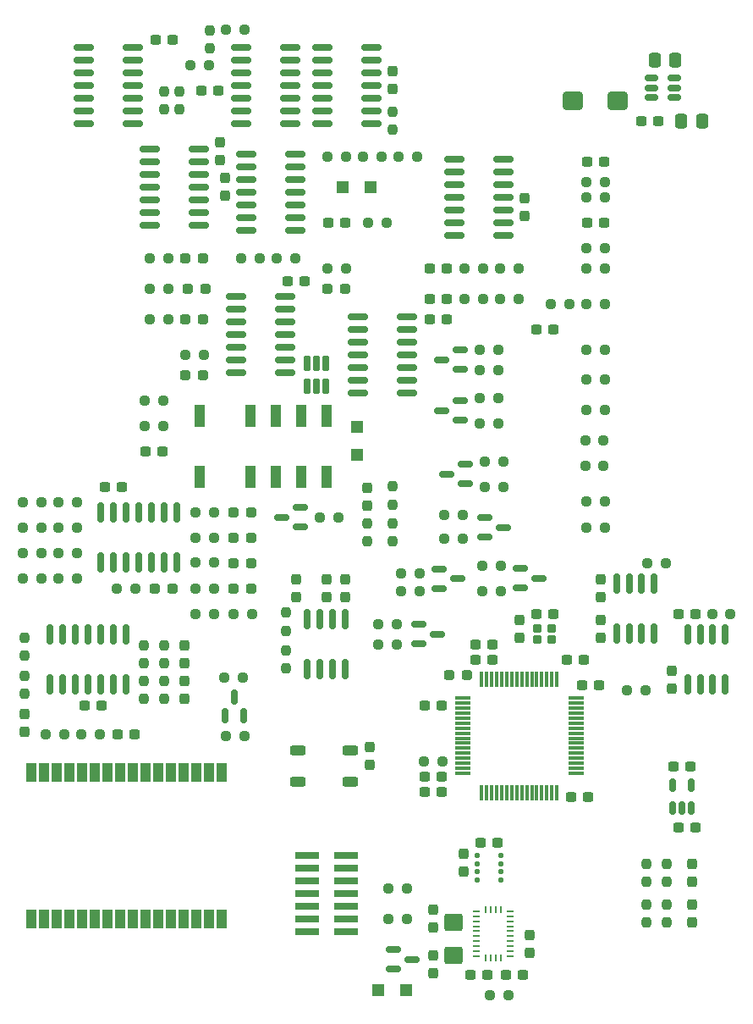
<source format=gbr>
%TF.GenerationSoftware,KiCad,Pcbnew,9.0.7*%
%TF.CreationDate,2026-02-09T19:02:23-08:00*%
%TF.ProjectId,VCU,5643552e-6b69-4636-9164-5f7063625858,1.5*%
%TF.SameCoordinates,Original*%
%TF.FileFunction,Paste,Top*%
%TF.FilePolarity,Positive*%
%FSLAX46Y46*%
G04 Gerber Fmt 4.6, Leading zero omitted, Abs format (unit mm)*
G04 Created by KiCad (PCBNEW 9.0.7) date 2026-02-09 19:02:23*
%MOMM*%
%LPD*%
G01*
G04 APERTURE LIST*
G04 Aperture macros list*
%AMRoundRect*
0 Rectangle with rounded corners*
0 $1 Rounding radius*
0 $2 $3 $4 $5 $6 $7 $8 $9 X,Y pos of 4 corners*
0 Add a 4 corners polygon primitive as box body*
4,1,4,$2,$3,$4,$5,$6,$7,$8,$9,$2,$3,0*
0 Add four circle primitives for the rounded corners*
1,1,$1+$1,$2,$3*
1,1,$1+$1,$4,$5*
1,1,$1+$1,$6,$7*
1,1,$1+$1,$8,$9*
0 Add four rect primitives between the rounded corners*
20,1,$1+$1,$2,$3,$4,$5,0*
20,1,$1+$1,$4,$5,$6,$7,0*
20,1,$1+$1,$6,$7,$8,$9,0*
20,1,$1+$1,$8,$9,$2,$3,0*%
G04 Aperture macros list end*
%ADD10RoundRect,0.237500X0.250000X0.237500X-0.250000X0.237500X-0.250000X-0.237500X0.250000X-0.237500X0*%
%ADD11RoundRect,0.150000X-0.825000X-0.150000X0.825000X-0.150000X0.825000X0.150000X-0.825000X0.150000X0*%
%ADD12RoundRect,0.150000X0.825000X0.150000X-0.825000X0.150000X-0.825000X-0.150000X0.825000X-0.150000X0*%
%ADD13RoundRect,0.237500X-0.237500X0.250000X-0.237500X-0.250000X0.237500X-0.250000X0.237500X0.250000X0*%
%ADD14RoundRect,0.237500X0.237500X-0.300000X0.237500X0.300000X-0.237500X0.300000X-0.237500X-0.300000X0*%
%ADD15RoundRect,0.237500X0.287500X0.237500X-0.287500X0.237500X-0.287500X-0.237500X0.287500X-0.237500X0*%
%ADD16RoundRect,0.237500X0.300000X0.237500X-0.300000X0.237500X-0.300000X-0.237500X0.300000X-0.237500X0*%
%ADD17RoundRect,0.237500X-0.300000X-0.237500X0.300000X-0.237500X0.300000X0.237500X-0.300000X0.237500X0*%
%ADD18RoundRect,0.250000X-0.337500X-0.475000X0.337500X-0.475000X0.337500X0.475000X-0.337500X0.475000X0*%
%ADD19RoundRect,0.150000X0.587500X0.150000X-0.587500X0.150000X-0.587500X-0.150000X0.587500X-0.150000X0*%
%ADD20RoundRect,0.237500X-0.237500X0.300000X-0.237500X-0.300000X0.237500X-0.300000X0.237500X0.300000X0*%
%ADD21RoundRect,0.250000X0.750000X0.650000X-0.750000X0.650000X-0.750000X-0.650000X0.750000X-0.650000X0*%
%ADD22RoundRect,0.237500X0.237500X-0.250000X0.237500X0.250000X-0.237500X0.250000X-0.237500X-0.250000X0*%
%ADD23RoundRect,0.150000X0.150000X-0.825000X0.150000X0.825000X-0.150000X0.825000X-0.150000X-0.825000X0*%
%ADD24RoundRect,0.075000X-0.075000X0.700000X-0.075000X-0.700000X0.075000X-0.700000X0.075000X0.700000X0*%
%ADD25RoundRect,0.075000X-0.700000X0.075000X-0.700000X-0.075000X0.700000X-0.075000X0.700000X0.075000X0*%
%ADD26RoundRect,0.237500X-0.250000X-0.237500X0.250000X-0.237500X0.250000X0.237500X-0.250000X0.237500X0*%
%ADD27RoundRect,0.125000X-0.137500X0.125000X-0.137500X-0.125000X0.137500X-0.125000X0.137500X0.125000X0*%
%ADD28RoundRect,0.150000X-0.587500X-0.150000X0.587500X-0.150000X0.587500X0.150000X-0.587500X0.150000X0*%
%ADD29R,1.000000X1.899920*%
%ADD30R,1.200000X1.200000*%
%ADD31RoundRect,0.150000X0.150000X-0.512500X0.150000X0.512500X-0.150000X0.512500X-0.150000X-0.512500X0*%
%ADD32RoundRect,0.150000X0.150000X-0.587500X0.150000X0.587500X-0.150000X0.587500X-0.150000X-0.587500X0*%
%ADD33RoundRect,0.250000X0.650000X-0.625000X0.650000X0.625000X-0.650000X0.625000X-0.650000X-0.625000X0*%
%ADD34RoundRect,0.150000X0.512500X0.150000X-0.512500X0.150000X-0.512500X-0.150000X0.512500X-0.150000X0*%
%ADD35RoundRect,0.150000X0.150000X-0.650000X0.150000X0.650000X-0.150000X0.650000X-0.150000X-0.650000X0*%
%ADD36RoundRect,0.200000X-0.250000X-0.200000X0.250000X-0.200000X0.250000X0.200000X-0.250000X0.200000X0*%
%ADD37RoundRect,0.237500X-0.237500X0.287500X-0.237500X-0.287500X0.237500X-0.287500X0.237500X0.287500X0*%
%ADD38RoundRect,0.237500X-0.287500X-0.237500X0.287500X-0.237500X0.287500X0.237500X-0.287500X0.237500X0*%
%ADD39RoundRect,0.250000X0.337500X0.475000X-0.337500X0.475000X-0.337500X-0.475000X0.337500X-0.475000X0*%
%ADD40R,1.000000X2.200000*%
%ADD41R,2.400000X0.740000*%
%ADD42R,0.675000X0.254000*%
%ADD43R,0.254000X0.675000*%
%ADD44RoundRect,0.250000X0.525000X0.250000X-0.525000X0.250000X-0.525000X-0.250000X0.525000X-0.250000X0*%
G04 APERTURE END LIST*
D10*
%TO.C,R60*%
X209317599Y-141375501D03*
X207492599Y-141375501D03*
%TD*%
D11*
%TO.C,U10*%
X222948099Y-97584001D03*
X222948099Y-98854001D03*
X222948099Y-100124001D03*
X222948099Y-101394001D03*
X222948099Y-102664001D03*
X222948099Y-103934001D03*
X222948099Y-105204001D03*
X227898099Y-105204001D03*
X227898099Y-103934001D03*
X227898099Y-102664001D03*
X227898099Y-101394001D03*
X227898099Y-100124001D03*
X227898099Y-98854001D03*
X227898099Y-97584001D03*
%TD*%
D12*
%TO.C,U7*%
X236534099Y-80312001D03*
X236534099Y-79042001D03*
X236534099Y-77772001D03*
X236534099Y-76502001D03*
X236534099Y-75232001D03*
X236534099Y-73962001D03*
X236534099Y-72692001D03*
X231584099Y-72692001D03*
X231584099Y-73962001D03*
X231584099Y-75232001D03*
X231584099Y-76502001D03*
X231584099Y-77772001D03*
X231584099Y-79042001D03*
X231584099Y-80312001D03*
%TD*%
D13*
%TO.C,R82*%
X238631099Y-120293501D03*
X238631099Y-122118501D03*
%TD*%
D14*
%TO.C,C55*%
X242695099Y-165248501D03*
X242695099Y-163523501D03*
%TD*%
D15*
%TO.C,D5*%
X224520099Y-121714001D03*
X222770099Y-121714001D03*
%TD*%
D16*
%TO.C,C37*%
X254733599Y-129334001D03*
X253008599Y-129334001D03*
%TD*%
D10*
%TO.C,R47*%
X245639599Y-119428001D03*
X243814599Y-119428001D03*
%TD*%
D17*
%TO.C,C2*%
X267232599Y-150670001D03*
X268957599Y-150670001D03*
%TD*%
D18*
%TO.C,C1*%
X264898599Y-73962001D03*
X266973599Y-73962001D03*
%TD*%
D19*
%TO.C,Q7*%
X229408599Y-120632001D03*
X229408599Y-118732001D03*
X227533599Y-119682001D03*
%TD*%
D10*
%TO.C,R11*%
X259863599Y-92758001D03*
X258038599Y-92758001D03*
%TD*%
D19*
%TO.C,Q5*%
X245918599Y-116314001D03*
X245918599Y-114414001D03*
X244043599Y-115364001D03*
%TD*%
D10*
%TO.C,R19*%
X225319599Y-93774001D03*
X223494599Y-93774001D03*
%TD*%
D16*
%TO.C,C16*%
X233905599Y-90218001D03*
X232180599Y-90218001D03*
%TD*%
D20*
%TO.C,C56*%
X242695099Y-158951501D03*
X242695099Y-160676501D03*
%TD*%
%TO.C,C34*%
X259459099Y-125931501D03*
X259459099Y-127656501D03*
%TD*%
D21*
%TO.C,L1*%
X261201099Y-78026001D03*
X256701099Y-78026001D03*
%TD*%
D10*
%TO.C,R75*%
X249449599Y-127048001D03*
X247624599Y-127048001D03*
%TD*%
D20*
%TO.C,C21*%
X233932099Y-125931501D03*
X233932099Y-127656501D03*
%TD*%
D22*
%TO.C,R64*%
X264031099Y-156154501D03*
X264031099Y-154329501D03*
%TD*%
D23*
%TO.C,U16*%
X230122099Y-134857001D03*
X231392099Y-134857001D03*
X232662099Y-134857001D03*
X233932099Y-134857001D03*
X233932099Y-129907001D03*
X232662099Y-129907001D03*
X231392099Y-129907001D03*
X230122099Y-129907001D03*
%TD*%
D24*
%TO.C,U27*%
X255081099Y-135851001D03*
X254581099Y-135851001D03*
X254081099Y-135851001D03*
X253581099Y-135851001D03*
X253081099Y-135851001D03*
X252581099Y-135851001D03*
X252081099Y-135851001D03*
X251581099Y-135851001D03*
X251081099Y-135851001D03*
X250581099Y-135851001D03*
X250081099Y-135851001D03*
X249581099Y-135851001D03*
X249081099Y-135851001D03*
X248581099Y-135851001D03*
X248081099Y-135851001D03*
X247581099Y-135851001D03*
D25*
X245656099Y-137776001D03*
X245656099Y-138276001D03*
X245656099Y-138776001D03*
X245656099Y-139276001D03*
X245656099Y-139776001D03*
X245656099Y-140276001D03*
X245656099Y-140776001D03*
X245656099Y-141276001D03*
X245656099Y-141776001D03*
X245656099Y-142276001D03*
X245656099Y-142776001D03*
X245656099Y-143276001D03*
X245656099Y-143776001D03*
X245656099Y-144276001D03*
X245656099Y-144776001D03*
X245656099Y-145276001D03*
D24*
X247581099Y-147201001D03*
X248081099Y-147201001D03*
X248581099Y-147201001D03*
X249081099Y-147201001D03*
X249581099Y-147201001D03*
X250081099Y-147201001D03*
X250581099Y-147201001D03*
X251081099Y-147201001D03*
X251581099Y-147201001D03*
X252081099Y-147201001D03*
X252581099Y-147201001D03*
X253081099Y-147201001D03*
X253581099Y-147201001D03*
X254081099Y-147201001D03*
X254581099Y-147201001D03*
X255081099Y-147201001D03*
D25*
X257006099Y-145276001D03*
X257006099Y-144776001D03*
X257006099Y-144276001D03*
X257006099Y-143776001D03*
X257006099Y-143276001D03*
X257006099Y-142776001D03*
X257006099Y-142276001D03*
X257006099Y-141776001D03*
X257006099Y-141276001D03*
X257006099Y-140776001D03*
X257006099Y-140276001D03*
X257006099Y-139776001D03*
X257006099Y-139276001D03*
X257006099Y-138776001D03*
X257006099Y-138276001D03*
X257006099Y-137776001D03*
%TD*%
D22*
%TO.C,R45*%
X227986599Y-131050001D03*
X227986599Y-129225001D03*
%TD*%
D26*
%TO.C,R21*%
X232130599Y-94790001D03*
X233955599Y-94790001D03*
%TD*%
D14*
%TO.C,C13*%
X221867099Y-87524501D03*
X221867099Y-85799501D03*
%TD*%
D26*
%TO.C,R49*%
X243814599Y-121818001D03*
X245639599Y-121818001D03*
%TD*%
%TO.C,R43*%
X247370599Y-110284001D03*
X249195599Y-110284001D03*
%TD*%
D13*
%TO.C,R92*%
X215771099Y-136041501D03*
X215771099Y-137866501D03*
%TD*%
D20*
%TO.C,C15*%
X221359099Y-82243501D03*
X221359099Y-83968501D03*
%TD*%
D22*
%TO.C,R69*%
X238631099Y-118447001D03*
X238631099Y-116622001D03*
%TD*%
D10*
%TO.C,R63*%
X265959599Y-124254001D03*
X264134599Y-124254001D03*
%TD*%
%TO.C,R4*%
X251227599Y-97838001D03*
X249402599Y-97838001D03*
%TD*%
D27*
%TO.C,U28*%
X249470599Y-153534001D03*
X249470599Y-154334001D03*
X249470599Y-155134001D03*
X249470599Y-155934001D03*
X247095599Y-155934001D03*
X247095599Y-155134001D03*
X247095599Y-154334001D03*
X247095599Y-153534001D03*
%TD*%
D20*
%TO.C,C20*%
X232050599Y-125931501D03*
X232050599Y-127656501D03*
%TD*%
D17*
%TO.C,C14*%
X214908599Y-71930001D03*
X216633599Y-71930001D03*
%TD*%
%TO.C,C45*%
X256488399Y-147622001D03*
X258213399Y-147622001D03*
%TD*%
D28*
%TO.C,Q9*%
X243281599Y-124888001D03*
X243281599Y-126788001D03*
X245156599Y-125838001D03*
%TD*%
D10*
%TO.C,R36*%
X224557599Y-129334001D03*
X222732599Y-129334001D03*
%TD*%
D29*
%TO.C,U26*%
X202541099Y-159814001D03*
X203811099Y-159814001D03*
X205081099Y-159814001D03*
X206351099Y-159814001D03*
X207621099Y-159814001D03*
X208891099Y-159814001D03*
X210161099Y-159814001D03*
X211431099Y-159814001D03*
X212701099Y-159814001D03*
X213971099Y-159814001D03*
X215241099Y-159814001D03*
X216511099Y-159814001D03*
X217781099Y-159814001D03*
X219051099Y-159814001D03*
X220321099Y-159814001D03*
X221591099Y-159814001D03*
X221591099Y-145173941D03*
X220321099Y-145173941D03*
X219051099Y-145173941D03*
X217781099Y-145173941D03*
X216511099Y-145173941D03*
X215241099Y-145173941D03*
X213971099Y-145173941D03*
X212701099Y-145173941D03*
X211431099Y-145173941D03*
X210161099Y-145173941D03*
X208891099Y-145173941D03*
X207621099Y-145173941D03*
X206351099Y-145173941D03*
X205081099Y-145173941D03*
X203811099Y-145173941D03*
X202541099Y-145173941D03*
%TD*%
D17*
%TO.C,C41*%
X241832599Y-145590001D03*
X243557599Y-145590001D03*
%TD*%
D15*
%TO.C,D8*%
X219694099Y-99870001D03*
X217944099Y-99870001D03*
%TD*%
%TO.C,D2*%
X233918099Y-96822001D03*
X232168099Y-96822001D03*
%TD*%
D13*
%TO.C,R14*%
X217359099Y-77113501D03*
X217359099Y-78938501D03*
%TD*%
D26*
%TO.C,R26*%
X201650599Y-123238001D03*
X203475599Y-123238001D03*
%TD*%
D16*
%TO.C,C3*%
X265274599Y-80058001D03*
X263549599Y-80058001D03*
%TD*%
D30*
%TO.C,D1*%
X236475099Y-86662001D03*
X233675099Y-86662001D03*
%TD*%
D28*
%TO.C,Q4*%
X241249599Y-130416001D03*
X241249599Y-132316001D03*
X243124599Y-131366001D03*
%TD*%
D31*
%TO.C,U2*%
X266637099Y-148759501D03*
X267587099Y-148759501D03*
X268537099Y-148759501D03*
X268537099Y-146484501D03*
X266637099Y-146484501D03*
%TD*%
D16*
%TO.C,C42*%
X257781599Y-133906001D03*
X256056599Y-133906001D03*
%TD*%
D10*
%TO.C,R20*%
X228875599Y-93774001D03*
X227050599Y-93774001D03*
%TD*%
D17*
%TO.C,C53*%
X246404599Y-165402001D03*
X248129599Y-165402001D03*
%TD*%
D11*
%TO.C,U6*%
X223456099Y-72692001D03*
X223456099Y-73962001D03*
X223456099Y-75232001D03*
X223456099Y-76502001D03*
X223456099Y-77772001D03*
X223456099Y-79042001D03*
X223456099Y-80312001D03*
X228406099Y-80312001D03*
X228406099Y-79042001D03*
X228406099Y-77772001D03*
X228406099Y-76502001D03*
X228406099Y-75232001D03*
X228406099Y-73962001D03*
X228406099Y-72692001D03*
%TD*%
D32*
%TO.C,Q6*%
X221856899Y-139567901D03*
X223756899Y-139567901D03*
X222806899Y-137692901D03*
%TD*%
D13*
%TO.C,R55*%
X213739099Y-132485501D03*
X213739099Y-134310501D03*
%TD*%
D10*
%TO.C,R38*%
X220747599Y-119174001D03*
X218922599Y-119174001D03*
%TD*%
%TO.C,R37*%
X220747599Y-129334001D03*
X218922599Y-129334001D03*
%TD*%
D15*
%TO.C,D6*%
X224520099Y-124304001D03*
X222770099Y-124304001D03*
%TD*%
D16*
%TO.C,C54*%
X251685599Y-165402001D03*
X249960599Y-165402001D03*
%TD*%
D10*
%TO.C,R2*%
X223795599Y-70914001D03*
X221970599Y-70914001D03*
%TD*%
D26*
%TO.C,R70*%
X254482599Y-98346001D03*
X256307599Y-98346001D03*
%TD*%
D10*
%TO.C,R59*%
X205761599Y-141375501D03*
X203936599Y-141375501D03*
%TD*%
D17*
%TO.C,C46*%
X257580599Y-136446001D03*
X259305599Y-136446001D03*
%TD*%
D26*
%TO.C,R16*%
X235686599Y-83614001D03*
X237511599Y-83614001D03*
%TD*%
D17*
%TO.C,C17*%
X209828599Y-116634001D03*
X211553599Y-116634001D03*
%TD*%
D14*
%TO.C,C38*%
X251331099Y-131720501D03*
X251331099Y-129995501D03*
%TD*%
D10*
%TO.C,R28*%
X220747599Y-121714001D03*
X218922599Y-121714001D03*
%TD*%
%TO.C,R74*%
X240051599Y-159814001D03*
X238226599Y-159814001D03*
%TD*%
D23*
%TO.C,U15*%
X209421099Y-124189001D03*
X210691099Y-124189001D03*
X211961099Y-124189001D03*
X213231099Y-124189001D03*
X214501099Y-124189001D03*
X215771099Y-124189001D03*
X217041099Y-124189001D03*
X217041099Y-119239001D03*
X215771099Y-119239001D03*
X214501099Y-119239001D03*
X213231099Y-119239001D03*
X211961099Y-119239001D03*
X210691099Y-119239001D03*
X209421099Y-119239001D03*
%TD*%
D14*
%TO.C,C50*%
X245743099Y-155088501D03*
X245743099Y-153363501D03*
%TD*%
D33*
%TO.C,XTAL1*%
X244727099Y-163471001D03*
X244727099Y-160221001D03*
%TD*%
D26*
%TO.C,R23*%
X217906599Y-103426001D03*
X219731599Y-103426001D03*
%TD*%
D10*
%TO.C,R31*%
X216175599Y-99870001D03*
X214350599Y-99870001D03*
%TD*%
D34*
%TO.C,U1*%
X266819599Y-77706001D03*
X266819599Y-76756001D03*
X266819599Y-75806001D03*
X264544599Y-75806001D03*
X264544599Y-76756001D03*
X264544599Y-77706001D03*
%TD*%
D10*
%TO.C,R17*%
X233955599Y-83614001D03*
X232130599Y-83614001D03*
%TD*%
D35*
%TO.C,U14*%
X230061099Y-106608001D03*
X231011099Y-106608001D03*
X231961099Y-106608001D03*
X231961099Y-104308001D03*
X231011099Y-104308001D03*
X230061099Y-104308001D03*
%TD*%
D26*
%TO.C,R81*%
X257935099Y-114573002D03*
X259760099Y-114573002D03*
%TD*%
%TO.C,R10*%
X245846599Y-94790001D03*
X247671599Y-94790001D03*
%TD*%
D36*
%TO.C,Y1*%
X253171099Y-131916001D03*
X254571099Y-131916001D03*
X254571099Y-130816001D03*
X253171099Y-130816001D03*
%TD*%
D11*
%TO.C,U13*%
X235140099Y-99616001D03*
X235140099Y-100886001D03*
X235140099Y-102156001D03*
X235140099Y-103426001D03*
X235140099Y-104696001D03*
X235140099Y-105966001D03*
X235140099Y-107236001D03*
X240090099Y-107236001D03*
X240090099Y-105966001D03*
X240090099Y-104696001D03*
X240090099Y-103426001D03*
X240090099Y-102156001D03*
X240090099Y-100886001D03*
X240090099Y-99616001D03*
%TD*%
D22*
%TO.C,R13*%
X215771099Y-78938501D03*
X215771099Y-77113501D03*
%TD*%
D28*
%TO.C,Q10*%
X238709599Y-162928001D03*
X238709599Y-164828001D03*
X240584599Y-163878001D03*
%TD*%
D19*
%TO.C,Q2*%
X245410599Y-104884001D03*
X245410599Y-102984001D03*
X243535599Y-103934001D03*
%TD*%
D10*
%TO.C,R72*%
X223795599Y-141526001D03*
X221970599Y-141526001D03*
%TD*%
%TO.C,R62*%
X272460099Y-129334001D03*
X270635099Y-129334001D03*
%TD*%
D30*
%TO.C,D24*%
X237231099Y-166926001D03*
X240031099Y-166926001D03*
%TD*%
D23*
%TO.C,U22*%
X268222099Y-136381001D03*
X269492099Y-136381001D03*
X270682099Y-136381001D03*
X271952099Y-136381001D03*
X271952099Y-131431001D03*
X270682099Y-131431001D03*
X269492099Y-131431001D03*
X268222099Y-131431001D03*
%TD*%
D26*
%TO.C,R33*%
X205206599Y-118158001D03*
X207031599Y-118158001D03*
%TD*%
D17*
%TO.C,C49*%
X207796599Y-138478001D03*
X209521599Y-138478001D03*
%TD*%
D26*
%TO.C,R88*%
X258038599Y-120698001D03*
X259863599Y-120698001D03*
%TD*%
D10*
%TO.C,R15*%
X241067599Y-83614001D03*
X239242599Y-83614001D03*
%TD*%
%TO.C,R90*%
X240051599Y-156766001D03*
X238226599Y-156766001D03*
%TD*%
D17*
%TO.C,C51*%
X247420599Y-152194001D03*
X249145599Y-152194001D03*
%TD*%
%TO.C,C30*%
X211098599Y-141375501D03*
X212823599Y-141375501D03*
%TD*%
D14*
%TO.C,C12*%
X238631099Y-76856501D03*
X238631099Y-75131501D03*
%TD*%
D37*
%TO.C,D19*%
X236091099Y-116775001D03*
X236091099Y-118525001D03*
%TD*%
D16*
%TO.C,C4*%
X268449599Y-144574001D03*
X266724599Y-144574001D03*
%TD*%
D17*
%TO.C,C33*%
X267232599Y-129334001D03*
X268957599Y-129334001D03*
%TD*%
D26*
%TO.C,R76*%
X239496599Y-127108001D03*
X241321599Y-127108001D03*
%TD*%
%TO.C,R89*%
X248386599Y-167434001D03*
X250211599Y-167434001D03*
%TD*%
D15*
%TO.C,D4*%
X219694099Y-105458001D03*
X217944099Y-105458001D03*
%TD*%
D38*
%TO.C,FB1*%
X244360099Y-135430001D03*
X246110099Y-135430001D03*
%TD*%
D16*
%TO.C,C6*%
X244065599Y-97838001D03*
X242340599Y-97838001D03*
%TD*%
D10*
%TO.C,R51*%
X249703599Y-114094001D03*
X247878599Y-114094001D03*
%TD*%
D39*
%TO.C,C5*%
X269640599Y-80058001D03*
X267565599Y-80058001D03*
%TD*%
D10*
%TO.C,R78*%
X241321599Y-125270001D03*
X239496599Y-125270001D03*
%TD*%
D14*
%TO.C,C26*%
X266571099Y-136800501D03*
X266571099Y-135075501D03*
%TD*%
D20*
%TO.C,C23*%
X217803099Y-136091501D03*
X217803099Y-137816501D03*
%TD*%
D10*
%TO.C,R41*%
X249195599Y-107744001D03*
X247370599Y-107744001D03*
%TD*%
D26*
%TO.C,R24*%
X201650599Y-120698001D03*
X203475599Y-120698001D03*
%TD*%
D16*
%TO.C,C48*%
X248637599Y-133906001D03*
X246912599Y-133906001D03*
%TD*%
D11*
%TO.C,U11*%
X223964099Y-83360001D03*
X223964099Y-84630001D03*
X223964099Y-85900001D03*
X223964099Y-87170001D03*
X223964099Y-88440001D03*
X223964099Y-89710001D03*
X223964099Y-90980001D03*
X228914099Y-90980001D03*
X228914099Y-89710001D03*
X228914099Y-88440001D03*
X228914099Y-87170001D03*
X228914099Y-85900001D03*
X228914099Y-84630001D03*
X228914099Y-83360001D03*
%TD*%
D26*
%TO.C,R73*%
X262102599Y-136954001D03*
X263927599Y-136954001D03*
%TD*%
D19*
%TO.C,Q1*%
X245410599Y-109964001D03*
X245410599Y-108064001D03*
X243535599Y-109014001D03*
%TD*%
D20*
%TO.C,C35*%
X268603099Y-154379501D03*
X268603099Y-156104501D03*
%TD*%
D26*
%TO.C,R85*%
X258038599Y-105937002D03*
X259863599Y-105937002D03*
%TD*%
%TO.C,R54*%
X213842599Y-110538001D03*
X215667599Y-110538001D03*
%TD*%
D16*
%TO.C,C47*%
X248637599Y-132382001D03*
X246912599Y-132382001D03*
%TD*%
D28*
%TO.C,Q3*%
X247853599Y-119748001D03*
X247853599Y-121648001D03*
X249728599Y-120698001D03*
%TD*%
D12*
%TO.C,U8*%
X249742099Y-91488001D03*
X249742099Y-90218001D03*
X249742099Y-88948001D03*
X249742099Y-87678001D03*
X249742099Y-86408001D03*
X249742099Y-85138001D03*
X249742099Y-83868001D03*
X244792099Y-83868001D03*
X244792099Y-85138001D03*
X244792099Y-86408001D03*
X244792099Y-87678001D03*
X244792099Y-88948001D03*
X244792099Y-90218001D03*
X244792099Y-91488001D03*
%TD*%
D14*
%TO.C,C22*%
X229002599Y-127656501D03*
X229002599Y-125931501D03*
%TD*%
D40*
%TO.C,K2*%
X219327099Y-115622001D03*
X224407099Y-115622001D03*
X226947099Y-115622001D03*
X229487099Y-115622001D03*
X232027099Y-115622001D03*
X232027099Y-109522001D03*
X229487099Y-109522001D03*
X226947099Y-109522001D03*
X224407099Y-109522001D03*
X219327099Y-109522001D03*
%TD*%
D26*
%TO.C,R27*%
X205206599Y-123238001D03*
X207031599Y-123238001D03*
%TD*%
D15*
%TO.C,D11*%
X216646099Y-126794001D03*
X214896099Y-126794001D03*
%TD*%
D10*
%TO.C,R12*%
X259863599Y-86154001D03*
X258038599Y-86154001D03*
%TD*%
%TO.C,R80*%
X243607599Y-144066001D03*
X241782599Y-144066001D03*
%TD*%
D13*
%TO.C,R67*%
X266063099Y-158393501D03*
X266063099Y-160218501D03*
%TD*%
D10*
%TO.C,R22*%
X216175599Y-93774001D03*
X214350599Y-93774001D03*
%TD*%
D26*
%TO.C,R52*%
X247878599Y-116634001D03*
X249703599Y-116634001D03*
%TD*%
%TO.C,R7*%
X258038599Y-94790001D03*
X259863599Y-94790001D03*
%TD*%
D15*
%TO.C,D7*%
X219948099Y-96822001D03*
X218198099Y-96822001D03*
%TD*%
D22*
%TO.C,R65*%
X264031099Y-160218501D03*
X264031099Y-158393501D03*
%TD*%
D11*
%TO.C,U12*%
X207708099Y-72692001D03*
X207708099Y-73962001D03*
X207708099Y-75232001D03*
X207708099Y-76502001D03*
X207708099Y-77772001D03*
X207708099Y-79042001D03*
X207708099Y-80312001D03*
X212658099Y-80312001D03*
X212658099Y-79042001D03*
X212658099Y-77772001D03*
X212658099Y-76502001D03*
X212658099Y-75232001D03*
X212658099Y-73962001D03*
X212658099Y-72692001D03*
%TD*%
D13*
%TO.C,R56*%
X215771099Y-132485501D03*
X215771099Y-134310501D03*
%TD*%
D10*
%TO.C,R29*%
X220747599Y-124224001D03*
X218922599Y-124224001D03*
%TD*%
D28*
%TO.C,Q8*%
X251409599Y-124828001D03*
X251409599Y-126728001D03*
X253284599Y-125778001D03*
%TD*%
D20*
%TO.C,C28*%
X217803099Y-132535501D03*
X217803099Y-134260501D03*
%TD*%
D17*
%TO.C,C19*%
X228116599Y-96060001D03*
X229841599Y-96060001D03*
%TD*%
D26*
%TO.C,R5*%
X249402599Y-94790001D03*
X251227599Y-94790001D03*
%TD*%
D10*
%TO.C,R48*%
X239035599Y-132382001D03*
X237210599Y-132382001D03*
%TD*%
D20*
%TO.C,C36*%
X268603099Y-158443501D03*
X268603099Y-160168501D03*
%TD*%
D16*
%TO.C,C10*%
X221205599Y-77010001D03*
X219480599Y-77010001D03*
%TD*%
D26*
%TO.C,R34*%
X201650599Y-125778001D03*
X203475599Y-125778001D03*
%TD*%
D41*
%TO.C,J4*%
X233977099Y-161084001D03*
X230077099Y-161084001D03*
X233977099Y-159814001D03*
X230077099Y-159814001D03*
X233977099Y-158544001D03*
X230077099Y-158544001D03*
X233977099Y-157274001D03*
X230077099Y-157274001D03*
X233977099Y-156004001D03*
X230077099Y-156004001D03*
X233977099Y-154734001D03*
X230077099Y-154734001D03*
X233977099Y-153464001D03*
X230077099Y-153464001D03*
%TD*%
D10*
%TO.C,R87*%
X259863599Y-118129002D03*
X258038599Y-118129002D03*
%TD*%
%TO.C,R79*%
X259863599Y-102918001D03*
X258038599Y-102918001D03*
%TD*%
D16*
%TO.C,C43*%
X243557599Y-138478001D03*
X241832599Y-138478001D03*
%TD*%
D23*
%TO.C,U21*%
X261110099Y-131301001D03*
X262380099Y-131301001D03*
X263570099Y-131301001D03*
X264840099Y-131301001D03*
X264840099Y-126351001D03*
X263570099Y-126351001D03*
X262380099Y-126351001D03*
X261110099Y-126351001D03*
%TD*%
D26*
%TO.C,R83*%
X257935099Y-112033002D03*
X259760099Y-112033002D03*
%TD*%
D17*
%TO.C,C18*%
X242340599Y-99870001D03*
X244065599Y-99870001D03*
%TD*%
D14*
%TO.C,C40*%
X236345099Y-144420501D03*
X236345099Y-142695501D03*
%TD*%
D20*
%TO.C,C29*%
X201801099Y-139393501D03*
X201801099Y-141118501D03*
%TD*%
D16*
%TO.C,C44*%
X243557599Y-147114001D03*
X241832599Y-147114001D03*
%TD*%
D26*
%TO.C,R32*%
X201650599Y-118158001D03*
X203475599Y-118158001D03*
%TD*%
D13*
%TO.C,R91*%
X213739099Y-136041501D03*
X213739099Y-137866501D03*
%TD*%
D26*
%TO.C,R61*%
X231368599Y-119682001D03*
X233193599Y-119682001D03*
%TD*%
%TO.C,R35*%
X205206599Y-125778001D03*
X207031599Y-125778001D03*
%TD*%
D16*
%TO.C,C9*%
X259813599Y-90218001D03*
X258088599Y-90218001D03*
%TD*%
D26*
%TO.C,R25*%
X205206599Y-120698001D03*
X207031599Y-120698001D03*
%TD*%
D10*
%TO.C,R18*%
X238019599Y-90218001D03*
X236194599Y-90218001D03*
%TD*%
D20*
%TO.C,C11*%
X251839099Y-87831501D03*
X251839099Y-89556501D03*
%TD*%
D10*
%TO.C,R30*%
X216175599Y-96822001D03*
X214350599Y-96822001D03*
%TD*%
D11*
%TO.C,U9*%
X214312099Y-82852001D03*
X214312099Y-84122001D03*
X214312099Y-85392001D03*
X214312099Y-86662001D03*
X214312099Y-87932001D03*
X214312099Y-89202001D03*
X214312099Y-90472001D03*
X219262099Y-90472001D03*
X219262099Y-89202001D03*
X219262099Y-87932001D03*
X219262099Y-86662001D03*
X219262099Y-85392001D03*
X219262099Y-84122001D03*
X219262099Y-82852001D03*
%TD*%
D23*
%TO.C,U24*%
X204341099Y-136381001D03*
X205611099Y-136381001D03*
X206881099Y-136381001D03*
X208151099Y-136381001D03*
X209421099Y-136381001D03*
X210691099Y-136381001D03*
X211961099Y-136381001D03*
X211961099Y-131431001D03*
X210691099Y-131431001D03*
X209421099Y-131431001D03*
X208151099Y-131431001D03*
X206881099Y-131431001D03*
X205611099Y-131431001D03*
X204341099Y-131431001D03*
%TD*%
D17*
%TO.C,C8*%
X258088599Y-84122001D03*
X259813599Y-84122001D03*
%TD*%
D42*
%TO.C,U29*%
X247061722Y-163568235D03*
D43*
X247974222Y-163705735D03*
X248474222Y-163705735D03*
X248974222Y-163705735D03*
X249474222Y-163705735D03*
D42*
X250386722Y-163568235D03*
X250386722Y-163068235D03*
X250386722Y-162568235D03*
X250386722Y-162068235D03*
X250386722Y-161568235D03*
X250386722Y-161068235D03*
X250386722Y-160568235D03*
X250386722Y-160068235D03*
X250386722Y-159568235D03*
X250386722Y-159068235D03*
D43*
X249474222Y-158930735D03*
X248974222Y-158930735D03*
X248474222Y-158930735D03*
X247974222Y-158930735D03*
D42*
X247061722Y-159068235D03*
X247061722Y-159568235D03*
X247061722Y-160068235D03*
X247061722Y-160568235D03*
X247061722Y-161068235D03*
X247061722Y-161568235D03*
X247061722Y-162068235D03*
X247061722Y-162568235D03*
X247061722Y-163068235D03*
%TD*%
D13*
%TO.C,R57*%
X201801099Y-131723501D03*
X201801099Y-133548501D03*
%TD*%
%TO.C,R66*%
X266063099Y-154329501D03*
X266063099Y-156154501D03*
%TD*%
D22*
%TO.C,R84*%
X236091099Y-122118501D03*
X236091099Y-120293501D03*
%TD*%
D30*
%TO.C,D22*%
X235075099Y-110662001D03*
X235075099Y-113462001D03*
%TD*%
D10*
%TO.C,R50*%
X239035599Y-130350001D03*
X237210599Y-130350001D03*
%TD*%
%TO.C,R71*%
X223643199Y-135734801D03*
X221818199Y-135734801D03*
%TD*%
D14*
%TO.C,C25*%
X259459099Y-131720501D03*
X259459099Y-129995501D03*
%TD*%
D15*
%TO.C,D3*%
X219694099Y-93774001D03*
X217944099Y-93774001D03*
%TD*%
D13*
%TO.C,R58*%
X201801099Y-135533501D03*
X201801099Y-137358501D03*
%TD*%
D15*
%TO.C,D9*%
X224520099Y-119174001D03*
X222770099Y-119174001D03*
%TD*%
D22*
%TO.C,R46*%
X227986599Y-134818501D03*
X227986599Y-132993501D03*
%TD*%
D20*
%TO.C,C52*%
X252347099Y-161491501D03*
X252347099Y-163216501D03*
%TD*%
D10*
%TO.C,R39*%
X220747599Y-126794001D03*
X218922599Y-126794001D03*
%TD*%
D16*
%TO.C,C7*%
X244065599Y-94790001D03*
X242340599Y-94790001D03*
%TD*%
D10*
%TO.C,R77*%
X249449599Y-124508001D03*
X247624599Y-124508001D03*
%TD*%
D26*
%TO.C,R53*%
X213842599Y-107998001D03*
X215667599Y-107998001D03*
%TD*%
%TO.C,R44*%
X247370599Y-104950001D03*
X249195599Y-104950001D03*
%TD*%
%TO.C,R6*%
X258038599Y-87678001D03*
X259863599Y-87678001D03*
%TD*%
%TO.C,R42*%
X247370599Y-102918001D03*
X249195599Y-102918001D03*
%TD*%
%TO.C,R3*%
X218414599Y-74470001D03*
X220239599Y-74470001D03*
%TD*%
%TO.C,R68*%
X258038599Y-98346001D03*
X259863599Y-98346001D03*
%TD*%
D22*
%TO.C,R8*%
X220343099Y-72842501D03*
X220343099Y-71017501D03*
%TD*%
D10*
%TO.C,R9*%
X247671599Y-97838001D03*
X245846599Y-97838001D03*
%TD*%
D44*
%TO.C,SW5*%
X234398099Y-146174001D03*
X229148099Y-146174001D03*
X234398099Y-142974001D03*
X229148099Y-142974001D03*
%TD*%
D10*
%TO.C,R40*%
X212873599Y-126794001D03*
X211048599Y-126794001D03*
%TD*%
D15*
%TO.C,D10*%
X224520099Y-126794001D03*
X222770099Y-126794001D03*
%TD*%
D13*
%TO.C,R1*%
X238631099Y-79145501D03*
X238631099Y-80970501D03*
%TD*%
D16*
%TO.C,C27*%
X215617599Y-113078001D03*
X213892599Y-113078001D03*
%TD*%
D26*
%TO.C,R86*%
X258038599Y-108955002D03*
X259863599Y-108955002D03*
%TD*%
D16*
%TO.C,C39*%
X254733599Y-100886001D03*
X253008599Y-100886001D03*
%TD*%
M02*

</source>
